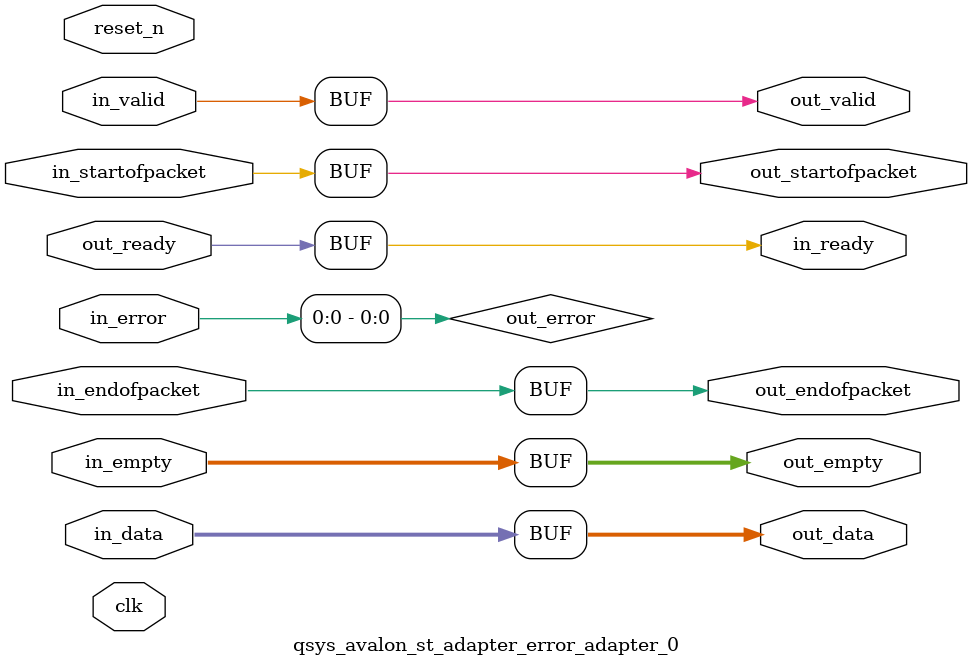
<source format=v>

`timescale 1ns / 100ps
module qsys_avalon_st_adapter_error_adapter_0 (
    
      // Interface: clk
      input              clk,
      // Interface: reset
      input              reset_n,
      // Interface: in
      output reg         in_ready,
      input              in_valid,
      input      [31: 0] in_data,
      input      [ 5: 0] in_error,
      input              in_startofpacket,
      input              in_endofpacket,
      input      [ 1: 0] in_empty,
      // Interface: out
      input              out_ready,
      output reg         out_valid,
      output reg [31: 0] out_data,
      output reg         out_startofpacket,
      output reg         out_endofpacket,
      output reg [ 1: 0] out_empty
);


   reg          out_error;

   // ---------------------------------------------------------------------
   //| Pass-through Mapping
   // ---------------------------------------------------------------------
   always @* begin
      in_ready = out_ready;
      out_valid = in_valid;
      out_data = in_data;
      out_startofpacket = in_startofpacket;
      out_endofpacket = in_endofpacket;
      out_empty = in_empty;

   end

   // ---------------------------------------------------------------------
   //| Error Mapping
   // ---------------------------------------------------------------------
   always @* begin
      out_error = 0;
      
      out_error = in_error;
   end
endmodule
</source>
